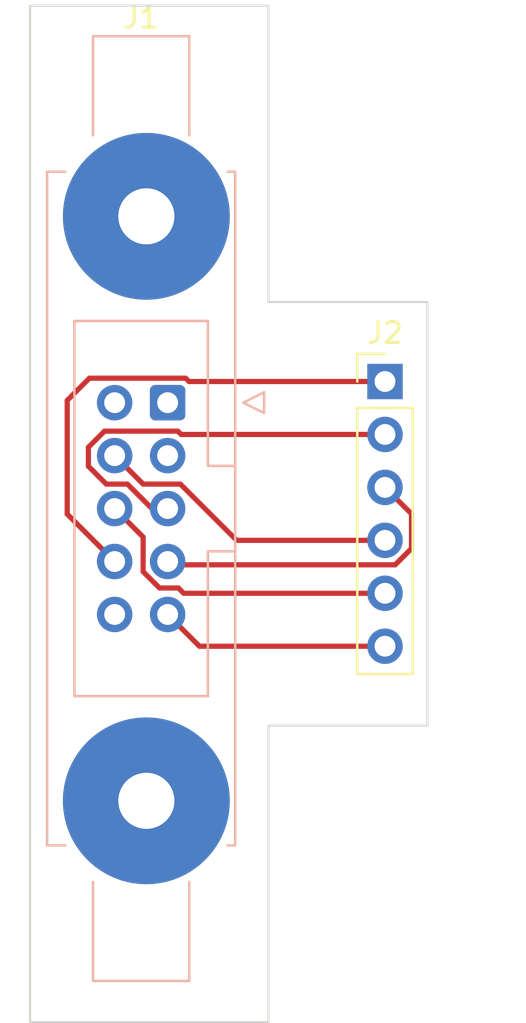
<source format=kicad_pcb>
(kicad_pcb (version 20211014) (generator pcbnew)
  (layers (0 "F.Cu" signal) (31 "B.Cu" signal) (34 "B.Paste" user) (35 "F.Paste" user) (36 "B.SilkS" user "B.Silkscreen") (37 "F.SilkS" user "F.Silkscreen") (38 "B.Mask" user) (39 "F.Mask" user) (44 "Edge.Cuts" user))
  (net 0 "")
  (net 4 "POW")
  (net 5 "2")
  (net 6 "SC")
  (net 7 "SD")
  (net 8 "GPIO12")
  (net 9 "GPIO13")
  (footprint "Connector_PinHeader_2.54mm:PinHeader_1x06_P2.54mm_Vertical" (layer "F.Cu") (at 157.988 84.836)
    (fp_text reference "J2" (at 0 -2.33) (layer "F.SilkS"))
    (fp_text value "Conn_01x06_Male")
    (fp_line (start -1.33 -1.33) (end 0 -1.33) (layer "F.SilkS") (width 0.12))
    (fp_line (start -1.33 1.27) (end -1.33 14.03) (layer "F.SilkS") (width 0.12))
    (fp_line (start 1.33 1.27) (end 1.33 14.03) (layer "F.SilkS") (width 0.12))
    (fp_line (start -1.33 1.27) (end 1.33 1.27) (layer "F.SilkS") (width 0.12))
    (fp_line (start -1.33 0) (end -1.33 -1.33) (layer "F.SilkS") (width 0.12))
    (fp_line (start -1.33 14.03) (end 1.33 14.03) (layer "F.SilkS") (width 0.12))
    (pad "1" thru_hole rect (at 0 0) (size 1.7 1.7) (drill 1) (layers *.Cu *.Mask) (net 8 "GPIO12"))
    (pad "2" thru_hole oval (at 0 2.54) (size 1.7 1.7) (drill 1) (layers *.Cu *.Mask) (net 5 "2"))
    (pad "3" thru_hole oval (at 0 5.08) (size 1.7 1.7) (drill 1) (layers *.Cu *.Mask) (net 7 "SD"))
    (pad "4" thru_hole oval (at 0 7.62) (size 1.7 1.7) (drill 1) (layers *.Cu *.Mask) (net 4 "POW"))
    (pad "5" thru_hole oval (at 0 10.16) (size 1.7 1.7) (drill 1) (layers *.Cu *.Mask) (net 6 "SC"))
    (pad "6" thru_hole oval (at 0 12.7) (size 1.7 1.7) (drill 1) (layers *.Cu *.Mask) (net 9 "GPIO13"))
  )
  (footprint "Connector_IDC:IDC-Header_2x05-1MP_P2.54mm_Latch6.5mm_Vertical" (layer "B.Cu") (at 147.5645 85.852 180)
    (fp_text reference "J1" (at 1.27 18.47) (layer "F.SilkS"))
    (fp_text value "Conn_01x10_Male")
    (fp_line (start -1.04 17.58) (end 3.58 17.58) (layer "B.SilkS") (width 0.12))
    (fp_line (start 5.78 -21.24) (end 4.91 -21.24) (layer "B.SilkS") (width 0.12))
    (fp_line (start 4.47 3.92) (end 4.47 -14.08) (layer "B.SilkS") (width 0.12))
    (fp_line (start -3.63 0) (end -4.63 0.5) (layer "B.SilkS") (width 0.12))
    (fp_line (start -4.63 -0.5) (end -3.63 0) (layer "B.SilkS") (width 0.12))
    (fp_line (start -3.24 -3.03) (end -1.93 -3.03) (layer "B.SilkS") (width 0.12))
    (fp_line (start -3.24 -21.24) (end -2.87 -21.24) (layer "B.SilkS") (width 0.12))
    (fp_line (start -1.93 -7.13) (end -1.93 -7.13) (layer "B.SilkS") (width 0.12))
    (fp_line (start -1.04 -27.74) (end 3.58 -27.74) (layer "B.SilkS") (width 0.12))
    (fp_line (start -4.63 0.5) (end -4.63 -0.5) (layer "B.SilkS") (width 0.12))
    (fp_line (start 3.58 17.58) (end 3.58 12.83) (layer "B.SilkS") (width 0.12))
    (fp_line (start -1.93 -3.03) (end -1.93 3.92) (layer "B.SilkS") (width 0.12))
    (fp_line (start 4.47 -14.08) (end -1.93 -14.08) (layer "B.SilkS") (width 0.12))
    (fp_line (start -1.04 -22.99) (end -1.04 -27.74) (layer "B.SilkS") (width 0.12))
    (fp_line (start 5.78 11.08) (end 5.78 -21.24) (layer "B.SilkS") (width 0.12))
    (fp_line (start -1.04 12.83) (end -1.04 17.58) (layer "B.SilkS") (width 0.12))
    (fp_line (start -1.93 3.92) (end 4.47 3.92) (layer "B.SilkS") (width 0.12))
    (fp_line (start -3.24 11.08) (end -3.24 -21.24) (layer "B.SilkS") (width 0.12))
    (fp_line (start -2.87 11.08) (end -3.24 11.08) (layer "B.SilkS") (width 0.12))
    (fp_line (start 3.58 -27.74) (end 3.58 -22.99) (layer "B.SilkS") (width 0.12))
    (fp_line (start -1.93 -14.08) (end -1.93 -7.13) (layer "B.SilkS") (width 0.12))
    (fp_line (start -1.93 -7.13) (end -3.24 -7.13) (layer "B.SilkS") (width 0.12))
    (fp_line (start 4.91 11.08) (end 5.78 11.08) (layer "B.SilkS") (width 0.12))
    (pad "1" thru_hole roundrect (at 0 0 180) (size 1.7 1.7) (drill 1) (layers *.Cu *.Mask) (roundrect_rratio 0.147059))
    (pad "2" thru_hole circle (at 2.54 0 180) (size 1.7 1.7) (drill 1) (layers *.Cu *.Mask))
    (pad "3" thru_hole circle (at 0 -2.54 180) (size 1.7 1.7) (drill 1) (layers *.Cu *.Mask))
    (pad "4" thru_hole circle (at 2.54 -2.54 180) (size 1.7 1.7) (drill 1) (layers *.Cu *.Mask) (net 4 "POW"))
    (pad "5" thru_hole circle (at 0 -5.08 180) (size 1.7 1.7) (drill 1) (layers *.Cu *.Mask) (net 5 "2"))
    (pad "6" thru_hole circle (at 2.54 -5.08 180) (size 1.7 1.7) (drill 1) (layers *.Cu *.Mask) (net 6 "SC"))
    (pad "7" thru_hole circle (at 0 -7.62 180) (size 1.7 1.7) (drill 1) (layers *.Cu *.Mask) (net 7 "SD"))
    (pad "8" thru_hole circle (at 2.54 -7.62 180) (size 1.7 1.7) (drill 1) (layers *.Cu *.Mask) (net 8 "GPIO12"))
    (pad "9" thru_hole circle (at 0 -10.16 180) (size 1.7 1.7) (drill 1) (layers *.Cu *.Mask) (net 9 "GPIO13"))
    (pad "10" thru_hole circle (at 2.54 -10.16 180) (size 1.7 1.7) (drill 1) (layers *.Cu *.Mask))
    (pad "MP" thru_hole circle (at 1.02 -19.1 180) (size 8 8) (drill 2.69) (layers *.Cu *.Mask))
    (pad "MP" thru_hole circle (at 1.02 8.94 180) (size 8 8) (drill 2.69) (layers *.Cu *.Mask))
  )
  (gr_line (start 152.4 66.802) (end 152.4 81.026) (layer "Edge.Cuts") (width 0.1))
  (gr_line (start 160.02 81.026) (end 160.02 101.346) (layer "Edge.Cuts") (width 0.1))
  (gr_line (start 152.4 115.57) (end 140.97 115.57) (layer "Edge.Cuts") (width 0.1))
  (gr_line (start 152.4 101.346) (end 152.4 115.57) (layer "Edge.Cuts") (width 0.1))
  (gr_line (start 152.4 81.026) (end 160.02 81.026) (layer "Edge.Cuts") (width 0.1))
  (gr_line (start 160.02 101.346) (end 152.4 101.346) (layer "Edge.Cuts") (width 0.1))
  (gr_line (start 140.97 66.802) (end 152.4 66.802) (layer "Edge.Cuts") (width 0.1))
  (gr_line (start 140.97 115.57) (end 140.97 66.802) (layer "Edge.Cuts") (width 0.1))
  (segment (start 148.177489 89.757489) (end 150.876 92.456) (width 0.25) (layer "F.Cu") (net 4))
  (segment (start 150.876 92.456) (end 157.988 92.456) (width 0.25) (layer "F.Cu") (net 4))
  (segment (start 146.389989 89.757489) (end 148.177489 89.757489) (width 0.25) (layer "F.Cu") (net 4))
  (segment (start 145.0245 88.392) (end 146.389989 89.757489) (width 0.25) (layer "F.Cu") (net 4))
  (segment (start 148.050999 87.217489) (end 144.538001 87.217489) (width 0.25) (layer "F.Cu") (net 5))
  (segment (start 146.812 90.932) (end 147.5645 90.932) (width 0.25) (layer "F.Cu") (net 5))
  (segment (start 148.20951 87.376) (end 148.050999 87.217489) (width 0.25) (layer "F.Cu") (net 5))
  (segment (start 157.988 87.376) (end 148.20951 87.376) (width 0.25) (layer "F.Cu") (net 5))
  (segment (start 144.538001 87.217489) (end 143.764 87.99149) (width 0.25) (layer "F.Cu") (net 5))
  (segment (start 144.621489 89.757489) (end 145.637489 89.757489) (width 0.25) (layer "F.Cu") (net 5))
  (segment (start 145.637489 89.757489) (end 146.812 90.932) (width 0.25) (layer "F.Cu") (net 5))
  (segment (start 143.764 88.9) (end 144.621489 89.757489) (width 0.25) (layer "F.Cu") (net 5))
  (segment (start 143.764 87.99149) (end 143.764 88.9) (width 0.25) (layer "F.Cu") (net 5))
  (segment (start 148.336 94.996) (end 157.988 94.996) (width 0.25) (layer "F.Cu") (net 6))
  (segment (start 146.389989 92.297489) (end 146.389989 93.958499) (width 0.25) (layer "F.Cu") (net 6))
  (segment (start 146.389989 93.958499) (end 147.17349 94.742) (width 0.25) (layer "F.Cu") (net 6))
  (segment (start 148.082 94.742) (end 148.336 94.996) (width 0.25) (layer "F.Cu") (net 6))
  (segment (start 145.0245 90.932) (end 146.389989 92.297489) (width 0.25) (layer "F.Cu") (net 6))
  (segment (start 147.17349 94.742) (end 148.082 94.742) (width 0.25) (layer "F.Cu") (net 6))
  (segment (start 159.258 92.84701) (end 159.258 91.186) (width 0.25) (layer "F.Cu") (net 7))
  (segment (start 147.723011 93.630511) (end 158.474499 93.630511) (width 0.25) (layer "F.Cu") (net 7))
  (segment (start 158.474499 93.630511) (end 159.258 92.84701) (width 0.25) (layer "F.Cu") (net 7))
  (segment (start 147.5645 93.472) (end 147.723011 93.630511) (width 0.25) (layer "F.Cu") (net 7))
  (segment (start 147.5645 93.472) (end 146.876488 93.472) (width 0.25) (layer "F.Cu") (net 7))
  (segment (start 159.258 91.186) (end 157.988 89.916) (width 0.25) (layer "F.Cu") (net 7))
  (segment (start 157.63396 84.48196) (end 157.988 84.836) (width 0.25) (layer "F.Cu") (net 8))
  (segment (start 148.59 84.836) (end 157.988 84.836) (width 0.25) (layer "F.Cu") (net 8))
  (segment (start 148.43148 84.67748) (end 148.59 84.836) (width 0.25) (layer "F.Cu") (net 8))
  (segment (start 142.748 85.743789) (end 143.814309 84.67748) (width 0.25) (layer "F.Cu") (net 8))
  (segment (start 143.814309 84.67748) (end 148.43148 84.67748) (width 0.25) (layer "F.Cu") (net 8))
  (segment (start 142.748 91.1955) (end 142.748 85.743789) (width 0.25) (layer "F.Cu") (net 8))
  (segment (start 144.838391 93.285891) (end 142.748 91.1955) (width 0.25) (layer "F.Cu") (net 8))
  (segment (start 149.0885 97.536) (end 157.988 97.536) (width 0.25) (layer "F.Cu") (net 9))
  (segment (start 147.5645 96.012) (end 149.0885 97.536) (width 0.25) (layer "F.Cu") (net 9))
)
</source>
